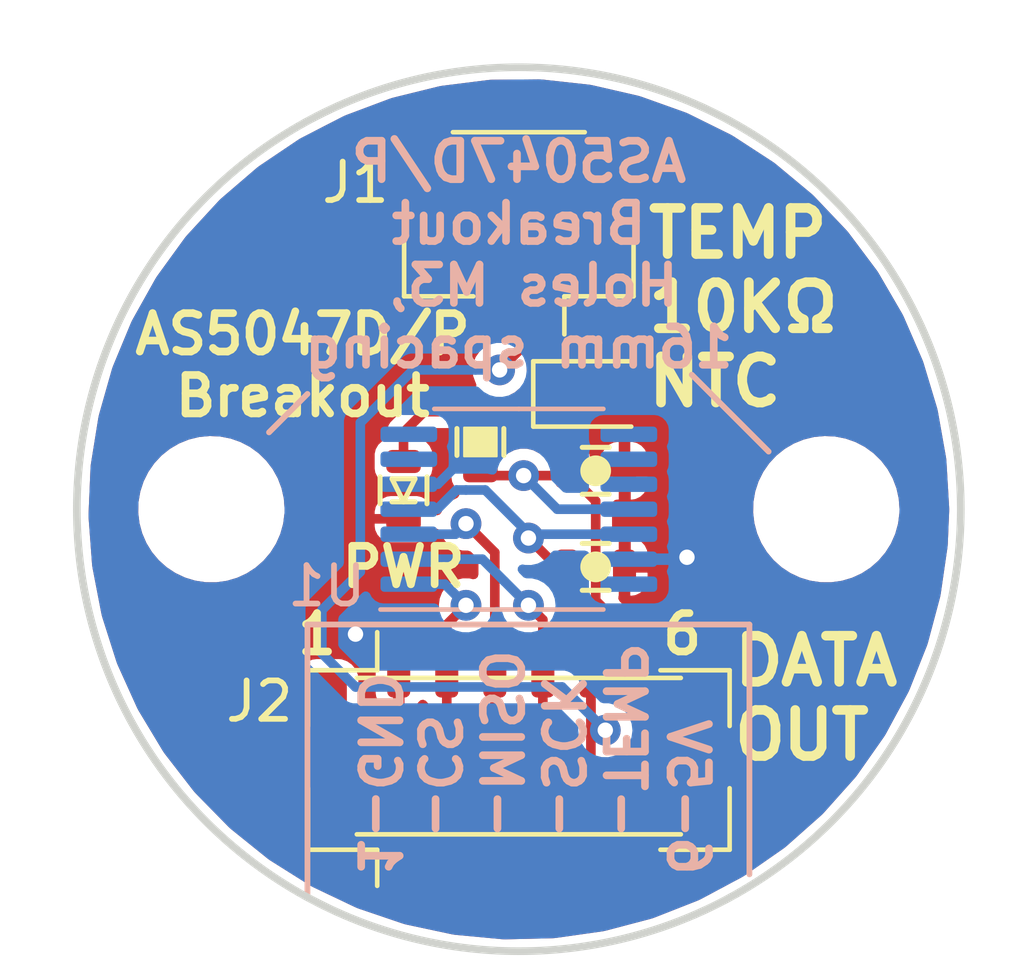
<source format=kicad_pcb>
(kicad_pcb (version 20210228) (generator pcbnew)
  (layers (0 "F.Cu" signal) (31 "B.Cu" signal) (34 "B.Paste" user) (35 "F.Paste" user) (36 "B.SilkS" user "B.Silkscreen") (37 "F.SilkS" user "F.Silkscreen") (38 "B.Mask" user) (39 "F.Mask" user) (44 "Edge.Cuts" user))
  (net 0 "")
  (net 1 "GND")
  (net 2 "+3V3")
  (net 3 "+5V")
  (net 4 "/Temp")
  (net 5 "/H3{slash}CS")
  (net 6 "/H2{slash}MISO")
  (net 7 "/H1{slash}SCK")
  (net 8 "Net-(D1-Pad2)")
  (footprint "pkl_dipol:R_0603" (layer "F.Cu") (at 137.5 81.25 90)
    (fp_text reference "R1")
    (fp_text value "10K")
    (fp_line (start -0.35 -0.61) (end 0.35 -0.61) (layer "F.SilkS") (width 0.13))
    (fp_line (start 0.35 0.61) (end -0.35 0.61) (layer "F.SilkS") (width 0.13))
    (fp_poly (pts (xy 0.375 0.425) (xy 0.375 -0.425) (xy -0.375 -0.425) (xy -0.375 0.425) (xy 0.25 0.425)) (layer "F.SilkS") (width 0.05) (fill solid))
    (pad "1" smd roundrect (at -0.75 0 90) (size 0.6 0.9) (layers "F.Cu" "F.Paste" "F.Mask") (net 3 "+5V"))
    (pad "2" smd roundrect (at 0.75 0 90) (size 0.6 0.9) (layers "F.Cu" "F.Paste" "F.Mask"))
  )
  (footprint "pkl_dipol:C_0603" (layer "F.Cu") (at 140.5 82)
    (fp_text reference "C1")
    (fp_text value "4.7uF")
    (fp_line (start 0.35 0.61) (end -0.35 0.61) (layer "F.SilkS") (width 0.13))
    (fp_line (start -0.35 -0.61) (end 0.35 -0.61) (layer "F.SilkS") (width 0.13))
    (fp_circle (center 0 0) (end 0.2 0) (layer "F.SilkS") (width 0.4) (fill none))
    (pad "1" smd roundrect (at -0.75 0) (size 0.6 0.9) (layers "F.Cu" "F.Paste" "F.Mask") (net 3 "+5V"))
    (pad "2" smd roundrect (at 0.75 0) (size 0.6 0.9) (layers "F.Cu" "F.Paste" "F.Mask") (net 1 "GND"))
  )
  (footprint "pkl_dipol:C_0603" (layer "F.Cu") (at 140.5 84.5)
    (fp_text reference "C2")
    (fp_text value "1uF")
    (fp_line (start 0.35 0.61) (end -0.35 0.61) (layer "F.SilkS") (width 0.13))
    (fp_line (start -0.35 -0.61) (end 0.35 -0.61) (layer "F.SilkS") (width 0.13))
    (fp_circle (center 0 0) (end 0.2 0) (layer "F.SilkS") (width 0.4) (fill none))
    (pad "1" smd roundrect (at -0.75 0) (size 0.6 0.9) (layers "F.Cu" "F.Paste" "F.Mask") (net 2 "+3V3"))
    (pad "2" smd roundrect (at 0.75 0) (size 0.6 0.9) (layers "F.Cu" "F.Paste" "F.Mask") (net 1 "GND"))
  )
  (footprint "MountingHole:MountingHole_3.2mm_M3" (layer "F.Cu") (at 146.5 83)
    (fp_text reference "H2")
    (fp_text value "MountingHole")
    (pad "1" np_thru_hole circle (at 0 0) (size 3.2 3.2) (drill 3.2) (layers *.Cu *.Mask))
  )
  (footprint "Connector_JST:JST_GH_BM06B-GHS-TBT_1x06-1MP_P1.25mm_Vertical" (layer "F.Cu") (at 138.5 90)
    (fp_text reference "J2" (at -6.75 -2) (layer "F.SilkS"))
    (fp_text value "Conn_01x06")
    (fp_line (start 5.485 1.86) (end 3.685 1.86) (layer "F.SilkS") (width 0.12))
    (fp_line (start 5.485 0.26) (end 5.485 1.86) (layer "F.SilkS") (width 0.12))
    (fp_line (start -3.685 1.86) (end -3.685 2.8) (layer "F.SilkS") (width 0.12))
    (fp_line (start -4.215 -2.61) (end 4.215 -2.61) (layer "F.SilkS") (width 0.12))
    (fp_line (start -5.485 1.86) (end -3.685 1.86) (layer "F.SilkS") (width 0.12))
    (fp_line (start -5.485 0.26) (end -5.485 1.86) (layer "F.SilkS") (width 0.12))
    (pad "1" smd roundrect (at -3.125 1.95) (size 0.6 1.7) (layers "F.Cu" "F.Paste" "F.Mask") (net 1 "GND"))
    (pad "2" smd roundrect (at -1.875 1.95) (size 0.6 1.7) (layers "F.Cu" "F.Paste" "F.Mask") (net 5 "/H3{slash}CS"))
    (pad "3" smd roundrect (at -0.625 1.95) (size 0.6 1.7) (layers "F.Cu" "F.Paste" "F.Mask") (net 6 "/H2{slash}MISO"))
    (pad "4" smd roundrect (at 0.625 1.95) (size 0.6 1.7) (layers "F.Cu" "F.Paste" "F.Mask") (net 7 "/H1{slash}SCK"))
    (pad "5" smd roundrect (at 1.875 1.95) (size 0.6 1.7) (layers "F.Cu" "F.Paste" "F.Mask") (net 4 "/Temp"))
    (pad "6" smd roundrect (at 3.125 1.95) (size 0.6 1.7) (layers "F.Cu" "F.Paste" "F.Mask") (net 3 "+5V"))
    (pad "MP" smd roundrect (at 4.975 -1.4) (size 1 2.8) (layers "F.Cu" "F.Paste" "F.Mask"))
    (pad "MP" smd roundrect (at -4.975 -1.4) (size 1 2.8) (layers "F.Cu" "F.Paste" "F.Mask"))
  )
  (footprint "pkl_dipol:D_0603" (layer "F.Cu") (at 135.5 82.50843 90)
    (fp_text reference "D1")
    (fp_text value "BLUE LED")
    (fp_line (start 0.3 0.3) (end -0.3 0) (layer "F.SilkS") (width 0.13))
    (fp_line (start -0.3 0) (end 0.3 -0.3) (layer "F.SilkS") (width 0.13))
    (fp_line (start -0.3 -0.3) (end -0.3 0.3) (layer "F.SilkS") (width 0.13))
    (fp_line (start -0.35 -0.61) (end 0.35 -0.61) (layer "F.SilkS") (width 0.13))
    (fp_line (start 0.3 -0.3) (end 0.3 0.3) (layer "F.SilkS") (width 0.13))
    (fp_line (start 0.35 0.61) (end -0.35 0.61) (layer "F.SilkS") (width 0.13))
    (pad "A" smd roundrect (at 0.75 0 270) (size 0.6 0.9) (layers "F.Cu" "F.Paste" "F.Mask"))
    (pad "C" smd roundrect (at -0.75 0 270) (size 0.6 0.9) (layers "F.Cu" "F.Paste" "F.Mask"))
  )
  (footprint "Diode_SMD:D_SOD-323" (layer "F.Cu") (at 140.375 80)
    (fp_text reference "D2")
    (fp_text value "SD05-01FTG")
    (fp_line (start -1.5 0.85) (end 1.05 0.85) (layer "F.SilkS") (width 0.12))
    (fp_line (start -1.5 -0.85) (end -1.5 0.85) (layer "F.SilkS") (width 0.12))
    (fp_line (start -1.5 -0.85) (end 1.05 -0.85) (layer "F.SilkS") (width 0.12))
    (pad "1" smd rect (at -1.05 0) (size 0.6 0.45) (layers "F.Cu" "F.Paste" "F.Mask") (net 3 "+5V"))
    (pad "2" smd rect (at 1.05 0) (size 0.6 0.45) (layers "F.Cu" "F.Paste" "F.Mask") (net 1 "GND"))
  )
  (footprint "MountingHole:MountingHole_3.2mm_M3" (layer "F.Cu") (at 130.5 83)
    (fp_text reference "H1")
    (fp_text value "MountingHole")
    (pad "1" np_thru_hole circle (at 0 0) (size 3.2 3.2) (drill 3.2) (layers *.Cu *.Mask))
  )
  (footprint "Connector_JST:JST_GH_SM02B-GHS-TB_1x02-1MP_P1.25mm_Horizontal" (layer "F.Cu") (at 138.5 75.75 180)
    (fp_text reference "J1" (at 4.25 1.25 180) (layer "F.SilkS"))
    (fp_text value "Conn_01x02")
    (fp_line (start 2.985 -0.26) (end 2.985 -1.71) (layer "F.SilkS") (width 0.12))
    (fp_line (start -1.715 2.56) (end 1.715 2.56) (layer "F.SilkS") (width 0.12))
    (fp_line (start -2.985 -1.71) (end -1.185 -1.71) (layer "F.SilkS") (width 0.12))
    (fp_line (start -1.185 -1.71) (end -1.185 -2.7) (layer "F.SilkS") (width 0.12))
    (fp_line (start 2.985 -1.71) (end 1.185 -1.71) (layer "F.SilkS") (width 0.12))
    (fp_line (start -2.985 -0.26) (end -2.985 -1.71) (layer "F.SilkS") (width 0.12))
    (pad "1" smd roundrect (at -0.625 -1.85 180) (size 0.6 1.7) (layers "F.Cu" "F.Paste" "F.Mask") (net 4 "/Temp"))
    (pad "2" smd roundrect (at 0.625 -1.85 180) (size 0.6 1.7) (layers "F.Cu" "F.Paste" "F.Mask") (net 1 "GND"))
    (pad "MP" smd roundrect (at -2.475 1.35 180) (size 1 2.7) (layers "F.Cu" "F.Paste" "F.Mask"))
    (pad "MP" smd roundrect (at 2.475 1.35 180) (size 1 2.7) (layers "F.Cu" "F.Paste" "F.Mask"))
  )
  (footprint "Connector_JST:JST_GH_SM06B-GHS-TB_1x06-1MP_P1.25mm_Horizontal" (layer "F.Cu") (at 138.5 88.9)
    (fp_text reference "J3")
    (fp_text value "Conn_01x06")
    (fp_line (start -4.215 2.56) (end 4.215 2.56) (layer "F.SilkS") (width 0.12))
    (fp_line (start 5.485 -0.26) (end 5.485 -1.71) (layer "F.SilkS") (width 0.12))
    (fp_line (start 5.485 -1.71) (end 3.685 -1.71) (layer "F.SilkS") (width 0.12))
    (fp_line (start -3.685 -1.71) (end -3.685 -2.7) (layer "F.SilkS") (width 0.12))
    (fp_line (start -5.485 -0.26) (end -5.485 -1.71) (layer "F.SilkS") (width 0.12))
    (fp_line (start -5.485 -1.71) (end -3.685 -1.71) (layer "F.SilkS") (width 0.12))
    (pad "1" smd roundrect (at -3.125 -1.85) (size 0.6 1.7) (layers "F.Cu" "F.Paste" "F.Mask") (net 1 "GND"))
    (pad "2" smd roundrect (at -1.875 -1.85) (size 0.6 1.7) (layers "F.Cu" "F.Paste" "F.Mask") (net 5 "/H3{slash}CS"))
    (pad "3" smd roundrect (at -0.625 -1.85) (size 0.6 1.7) (layers "F.Cu" "F.Paste" "F.Mask") (net 6 "/H2{slash}MISO"))
    (pad "4" smd roundrect (at 0.625 -1.85) (size 0.6 1.7) (layers "F.Cu" "F.Paste" "F.Mask") (net 7 "/H1{slash}SCK"))
    (pad "5" smd roundrect (at 1.875 -1.85) (size 0.6 1.7) (layers "F.Cu" "F.Paste" "F.Mask") (net 4 "/Temp"))
    (pad "6" smd roundrect (at 3.125 -1.85) (size 0.6 1.7) (layers "F.Cu" "F.Paste" "F.Mask") (net 3 "+5V"))
    (pad "MP" smd roundrect (at -4.975 1.35) (size 1 2.7) (layers "F.Cu" "F.Paste" "F.Mask"))
    (pad "MP" smd roundrect (at 4.975 1.35) (size 1 2.7) (layers "F.Cu" "F.Paste" "F.Mask"))
  )
  (footprint "Package_SO:TSSOP-14_4.4x5mm_P0.65mm" (layer "B.Cu") (at 138.5 83)
    (fp_text reference "U1" (at -5 2) (layer "B.SilkS") (effects (justify mirror)))
    (fp_text value "AS5047P")
    (fp_line (start 0 -2.61) (end -2.2 -2.61) (layer "B.SilkS") (width 0.12))
    (fp_line (start 0 -2.61) (end 2.2 -2.61) (layer "B.SilkS") (width 0.12))
    (fp_line (start 0 2.61) (end 2.2 2.61) (layer "B.SilkS") (width 0.12))
    (fp_line (start 0 2.61) (end -3.6 2.61) (layer "B.SilkS") (width 0.12))
    (pad "1" smd roundrect (at -2.8625 1.95) (size 1.475 0.4) (layers "B.Cu" "B.Paste" "B.Mask") (net 5 "/H3{slash}CS"))
    (pad "2" smd roundrect (at -2.8625 1.3) (size 1.475 0.4) (layers "B.Cu" "B.Paste" "B.Mask") (net 7 "/H1{slash}SCK"))
    (pad "3" smd roundrect (at -2.8625 0.65) (size 1.475 0.4) (layers "B.Cu" "B.Paste" "B.Mask") (net 6 "/H2{slash}MISO"))
    (pad "4" smd roundrect (at -2.8625 0) (size 1.475 0.4) (layers "B.Cu" "B.Paste" "B.Mask") (net 2 "+3V3"))
    (pad "5" smd roundrect (at -2.8625 -0.65) (size 1.475 0.4) (layers "B.Cu" "B.Paste" "B.Mask") (net 1 "GND"))
    (pad "6" smd roundrect (at -2.8625 -1.3) (size 1.475 0.4) (layers "B.Cu" "B.Paste" "B.Mask"))
    (pad "7" smd roundrect (at -2.8625 -1.95) (size 1.475 0.4) (layers "B.Cu" "B.Paste" "B.Mask"))
    (pad "8" smd roundrect (at 2.8625 -1.95) (size 1.475 0.4) (layers "B.Cu" "B.Paste" "B.Mask"))
    (pad "9" smd roundrect (at 2.8625 -1.3) (size 1.475 0.4) (layers "B.Cu" "B.Paste" "B.Mask"))
    (pad "10" smd roundrect (at 2.8625 -0.65) (size 1.475 0.4) (layers "B.Cu" "B.Paste" "B.Mask"))
    (pad "11" smd roundrect (at 2.8625 0) (size 1.475 0.4) (layers "B.Cu" "B.Paste" "B.Mask") (net 3 "+5V"))
    (pad "12" smd roundrect (at 2.8625 0.65) (size 1.475 0.4) (layers "B.Cu" "B.Paste" "B.Mask") (net 2 "+3V3"))
    (pad "13" smd roundrect (at 2.8625 1.3) (size 1.475 0.4) (layers "B.Cu" "B.Paste" "B.Mask") (net 1 "GND"))
    (pad "14" smd roundrect (at 2.8625 1.95) (size 1.475 0.4) (layers "B.Cu" "B.Paste" "B.Mask"))
  )
  (gr_line (start 145 81.5) (end 143 79.5) (layer "B.SilkS") (width 0.15))
  (gr_line (start 144.5 86) (end 144.5 92.5) (layer "B.SilkS") (width 0.15))
  (gr_line (start 133 86) (end 144.5 86) (layer "B.SilkS") (width 0.15))
  (gr_line (start 132 81) (end 133 80) (layer "B.SilkS") (width 0.15))
  (gr_line (start 133 93) (end 133 86) (layer "B.SilkS") (width 0.15))
  (gr_circle (center 138.5 83) (end 150 83) (layer "Edge.Cuts") (width 0.2) (fill none))
  (gr_text "AS5047D/P\nBreakout\nHoles M3, \n16mm spacing" (at 138.5 76.375) (layer "B.SilkS") (effects (font (size 1 1) (thickness 0.2)) (justify mirror)))
  (gr_text "\n -TEMP\n -SCK\n -MISO\n -CS\n" (at 139.625 92.4375 270) (layer "B.SilkS") (effects (font (size 1 1) (thickness 0.2)) (justify left mirror)))
  (gr_text "6-5V\n\n\n\n\n1-GND" (at 138.875 92.625 270) (layer "B.SilkS") (effects (font (size 1 1) (thickness 0.2)) (justify left mirror)))
  (gr_text "DATA\nOUT\n" (at 143.985 87.915) (layer "F.SilkS") (effects (font (size 1.2 1.2) (thickness 0.25)) (justify left)))
  (gr_text "6" (at 142.75 86.25) (layer "F.SilkS") (effects (font (size 1 1) (thickness 0.2))))
  (gr_text "AS5047D/P\nBreakout" (at 132.875 79.25) (layer "F.SilkS") (effects (font (size 1 1) (thickness 0.2))))
  (gr_text "TEMP\n10KΩ\nNTC" (at 141.75 77.75) (layer "F.SilkS") (effects (font (size 1.2 1.2) (thickness 0.25)) (justify left)))
  (gr_text "1" (at 133.25 86.25) (layer "F.SilkS") (effects (font (size 1 1) (thickness 0.2))))
  (gr_text "PWR" (at 135.5 84.5) (layer "F.SilkS") (effects (font (size 1 1) (thickness 0.2))))
  (segment (start 137.875 77.6) (end 136.9 77.6) (width 0.25) (layer "F.Cu") (net 1))
  (segment (start 135.5 83.29593) (end 135.45407 83.25) (width 0.25) (layer "F.Cu") (net 1))
  (segment (start 141.425 80) (end 141.25 80.175) (width 0.25) (layer "F.Cu") (net 1))
  (segment (start 141.25 80.175) (end 141.25 82) (width 0.25) (layer "F.Cu") (net 1))
  (segment (start 141.2875 84.5) (end 141.2875 82) (width 0.25) (layer "F.Cu") (net 1))
  (segment (start 134.25 81.225) (end 134.25 83.75) (width 0.25) (layer "F.Cu") (net 1))
  (segment (start 134.25 83.25) (end 134.25 83.75) (width 0.25) (layer "F.Cu") (net 1))
  (segment (start 134.25 86.25) (end 134.25 83.75) (width 0.25) (layer "F.Cu") (net 1))
  (segment (start 142.875 84.25) (end 142.625 84.5) (width 0.25) (layer "F.Cu") (net 1))
  (segment (start 134.575 87.05) (end 134.25 86.725) (width 0.25) (layer "F.Cu") (net 1))
  (segment (start 134.25 86.725) (end 134.25 86.25) (width 0.25) (layer "F.Cu") (net 1))
  (segment (start 134.25 80.25) (end 134.25 81.225) (width 0.25) (layer "F.Cu") (net 1))
  (segment (start 135.45407 83.25) (end 134.25 83.25) (width 0.25) (layer "F.Cu") (net 1))
  (segment (start 142.625 84.5) (end 141.2875 84.5) (width 0.25) (layer "F.Cu") (net 1))
  (segment (start 135.375 87.05) (end 134.575 87.05) (width 0.25) (layer "F.Cu") (net 1))
  (segment (start 136.9 77.6) (end 134.25 80.25) (width 0.25) (layer "F.Cu") (net 1))
  (segment (start 135.375 91.95) (end 135.375 87.05) (width 0.25) (layer "F.Cu") (net 1))
  (via (at 134.25 86.25) (size 0.8) (drill 0.4) (layers "F.Cu" "B.Cu") (net 1))
  (via (at 142.875 84.25) (size 0.8) (drill 0.4) (layers "F.Cu" "B.Cu") (net 1))
  (segment (start 142.875 85.375) (end 141.25 87) (width 0.25) (layer "B.Cu") (net 1))
  (segment (start 134.25 86.25) (end 135 87) (width 0.25) (layer "B.Cu") (net 1))
  (segment (start 135 87) (end 141.25 87) (width 0.25) (layer "B.Cu") (net 1))
  (segment (start 142.875 85.375) (end 142.875 84.25) (width 0.25) (layer "B.Cu") (net 1))
  (segment (start 142.825 84.3) (end 141.3625 84.3) (width 0.25) (layer "B.Cu") (net 1))
  (segment (start 136.38859 82.35) (end 137.125 81.61359) (width 0.25) (layer "B.Cu") (net 1))
  (segment (start 135.6375 82.35) (end 136.38859 82.35) (width 0.25) (layer "B.Cu") (net 1))
  (segment (start 142.875 84.25) (end 142.825 84.3) (width 0.25) (layer "B.Cu") (net 1))
  (segment (start 139.5 84.5) (end 139.7125 84.5) (width 0.25) (layer "F.Cu") (net 2))
  (segment (start 138.75 83.75) (end 139.5 84.5) (width 0.25) (layer "F.Cu") (net 2))
  (via (at 138.75 83.75) (size 0.8) (drill 0.4) (layers "F.Cu" "B.Cu") (net 2))
  (segment (start 136.875 82.5) (end 137.125 82.5) (width 0.25) (layer "B.Cu") (net 2))
  (segment (start 136.375 83) (end 136.875 82.5) (width 0.25) (layer "B.Cu") (net 2))
  (segment (start 137.625 82.5) (end 137.125 82.5) (width 0.25) (layer "B.Cu") (net 2))
  (segment (start 141.3625 83.65) (end 138.85 83.65) (width 0.25) (layer "B.Cu") (net 2))
  (segment (start 135.6375 83) (end 136.375 83) (width 0.25) (layer "B.Cu") (net 2))
  (segment (start 138.85 83.65) (end 138.75 83.75) (width 0.25) (layer "B.Cu") (net 2))
  (segment (start 138.75 83.625) (end 137.625 82.5) (width 0.25) (layer "B.Cu") (net 2))
  (segment (start 138.75 83.75) (end 138.75 83.625) (width 0.25) (layer "B.Cu") (net 2))
  (segment (start 140.5 85.375) (end 141.625 86.5) (width 0.25) (layer "F.Cu") (net 3))
  (segment (start 137.5875 82.125) (end 137.5 82.0375) (width 0.25) (layer "F.Cu") (net 3))
  (segment (start 141.625 91.95) (end 141.625 87.05) (width 0.25) (layer "F.Cu") (net 3))
  (segment (start 139.75 80.75) (end 139.75 80.425) (width 0.25) (layer "F.Cu") (net 3))
  (segment (start 139.5875 82.125) (end 139.7125 82) (width 0.25) (layer "F.Cu") (net 3))
  (segment (start 141.625 86.5) (end 141.625 87.05) (width 0.25) (layer "F.Cu") (net 3))
  (segment (start 139.7125 82) (end 140.5 82.7875) (width 0.25) (layer "F.Cu") (net 3))
  (segment (start 140.5 82.7875) (end 140.5 85.375) (width 0.25) (layer "F.Cu") (net 3))
  (segment (start 139.75 82) (end 139.75 80.75) (width 0.25) (layer "F.Cu") (net 3))
  (segment (start 138.625 82.125) (end 137.5875 82.125) (width 0.25) (layer "F.Cu") (net 3))
  (segment (start 139.75 80.425) (end 139.325 80) (width 0.25) (layer "F.Cu") (net 3))
  (segment (start 138.625 82.125) (end 139.5875 82.125) (width 0.25) (layer "F.Cu") (net 3))
  (via (at 138.625 82.125) (size 0.8) (drill 0.4) (layers "F.Cu" "B.Cu") (net 3))
  (segment (start 141.3625 83) (end 139.5 83) (width 0.25) (layer "B.Cu") (net 3))
  (segment (start 139.5 83) (end 138.625 82.125) (width 0.25) (layer "B.Cu") (net 3))
  (segment (start 139.125 77.6) (end 139.125 78.25) (width 0.25) (layer "F.Cu") (net 4))
  (segment (start 139.125 78.25) (end 138 79.375) (width 0.25) (layer "F.Cu") (net 4))
  (segment (start 140.375 87.05) (end 140.375 88.375) (width 0.25) (layer "F.Cu") (net 4))
  (segment (start 140.375 91.95) (end 140.375 87.05) (width 0.25) (layer "F.Cu") (net 4))
  (segment (start 140.375 88.375) (end 140.75 88.75) (width 0.25) (layer "F.Cu") (net 4))
  (via (at 138 79.375) (size 0.8) (drill 0.4) (layers "F.Cu" "B.Cu") (net 4))
  (via (at 140.75 88.75) (size 0.8) (drill 0.4) (layers "F.Cu" "B.Cu") (net 4))
  (segment (start 138 79.375) (end 137.375 79.375) (width 0.25) (layer "B.Cu") (net 4))
  (segment (start 139.625 87.625) (end 134.25 87.625) (width 0.25) (layer "B.Cu") (net 4))
  (segment (start 134.375 84.625) (end 134.375 80.75) (width 0.25) (layer "B.Cu") (net 4))
  (segment (start 140.75 88.75) (end 139.625 87.625) (width 0.25) (layer "B.Cu") (net 4))
  (segment (start 133.375 85.625) (end 134.375 84.625) (width 0.25) (layer "B.Cu") (net 4))
  (segment (start 133.375 86.75) (end 133.375 85.625) (width 0.25) (layer "B.Cu") (net 4))
  (segment (start 135.75 79.375) (end 137.375 79.375) (width 0.25) (layer "B.Cu") (net 4))
  (segment (start 134.25 87.625) (end 133.375 86.75) (width 0.25) (layer "B.Cu") (net 4))
  (segment (start 134.375 80.75) (end 135.75 79.375) (width 0.25) (layer "B.Cu") (net 4))
  (segment (start 136.625 86) (end 137.125 85.5) (width 0.25) (layer "F.Cu") (net 5))
  (segment (start 136.625 87.05) (end 136.625 86) (width 0.25) (layer "F.Cu") (net 5))
  (segment (start 136.625 91.95) (end 136.625 87.05) (width 0.25) (layer "F.Cu") (net 5))
  (via (at 137.125 85.5) (size 0.8) (drill 0.4) (layers "F.Cu" "B.Cu") (net 5))
  (segment (start 137.125 85.5) (end 136.575 84.95) (width 0.25) (layer "B.Cu") (net 5))
  (segment (start 136.575 84.95) (end 135.6375 84.95) (width 0.25) (layer "B.Cu") (net 5))
  (segment (start 137.875 91.95) (end 137.875 87.05) (width 0.25) (layer "F.Cu") (net 6))
  (segment (start 137.875 84.125) (end 137.875 84.5) (width 0.25) (layer "F.Cu") (net 6))
  (segment (start 137.875 84.5) (end 137.875 87.05) (width 0.25) (layer "F.Cu") (net 6))
  (segment (start 137.125 83.375) (end 137.875 84.125) (width 0.25) (layer "F.Cu") (net 6))
  (via (at 137.125 83.375) (size 0.8) (drill 0.4) (layers "F.Cu" "B.Cu") (net 6))
  (segment (start 135.6375 83.65) (end 136.85 83.65) (width 0.25) (layer "B.Cu") (net 6))
  (segment (start 136.85 83.65) (end 137.125 83.375) (width 0.25) (layer "B.Cu") (net 6))
  (segment (start 139.125 85.875) (end 138.75 85.5) (width 0.25) (layer "F.Cu") (net 7))
  (segment (start 139.125 91.95) (end 139.125 87.05) (width 0.25) (layer "F.Cu") (net 7))
  (segment (start 139.125 87.05) (end 139.125 85.875) (width 0.25) (layer "F.Cu") (net 7))
  (via (at 138.75 85.5) (size 0.8) (drill 0.4) (layers "F.Cu" "B.Cu") (net 7))
  (segment (start 135.6375 84.3) (end 137.55 84.3) (width 0.25) (layer "B.Cu") (net 7))
  (segment (start 137.55 84.3) (end 138.125 84.875) (width 0.25) (layer "B.Cu") (net 7))
  (segment (start 138.75 85.5) (end 138.125 84.875) (width 0.25) (layer "B.Cu") (net 7))
  (segment (start 136.0375 80.4625) (end 135.5 81) (width 0.25) (layer "F.Cu") (net 8))
  (segment (start 135.5 81) (end 135.5 81.72093) (width 0.25) (layer "F.Cu") (net 8))
  (segment (start 137.5 80.4625) (end 136.0375 80.4625) (width 0.25) (layer "F.Cu") (net 8))
  (zone (net 1) (net_name "GND") (layers F&B.Cu) (connect_pads (clearance 0.3)) (min_thickness 0.254) (fill yes (thermal_gap 0.3) (thermal_bridge_width 0.3) (smoothing fillet) (radius 1))
    (polygon (pts (xy 151.25 95.25) (xy 125 95.25) (xy 125 69.75) (xy 151.25 69.75)))
  )
)
</source>
